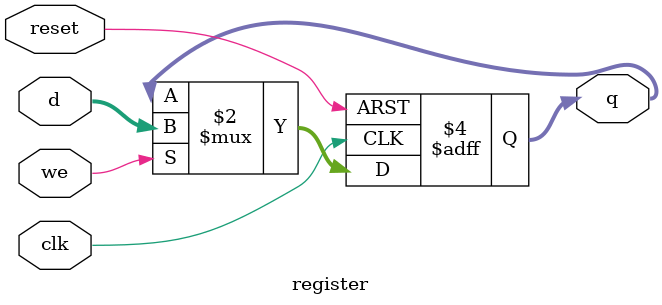
<source format=sv>
module register(
    input logic clk,
    input logic reset,
    input logic we,
    input logic [15:0] d,
    output logic [15:0] q);

    //contents
    //async reset otherwise set the output if write is enabled
    always_ff @ (posedge clk or posedge reset)
    begin
        if (reset) begin
            q<=0;
        end
        else if (we)
            q<=d;
    end
endmodule
</source>
